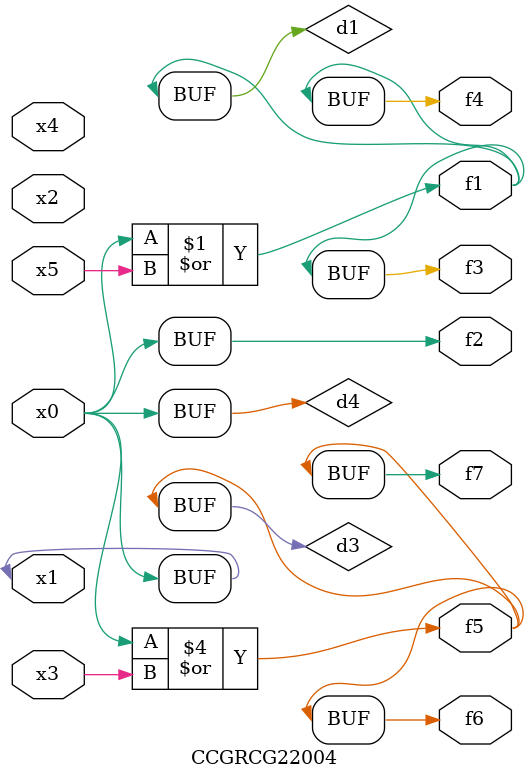
<source format=v>
module CCGRCG22004(
	input x0, x1, x2, x3, x4, x5,
	output f1, f2, f3, f4, f5, f6, f7
);

	wire d1, d2, d3, d4;

	or (d1, x0, x5);
	xnor (d2, x1, x4);
	or (d3, x0, x3);
	buf (d4, x0, x1);
	assign f1 = d1;
	assign f2 = d4;
	assign f3 = d1;
	assign f4 = d1;
	assign f5 = d3;
	assign f6 = d3;
	assign f7 = d3;
endmodule

</source>
